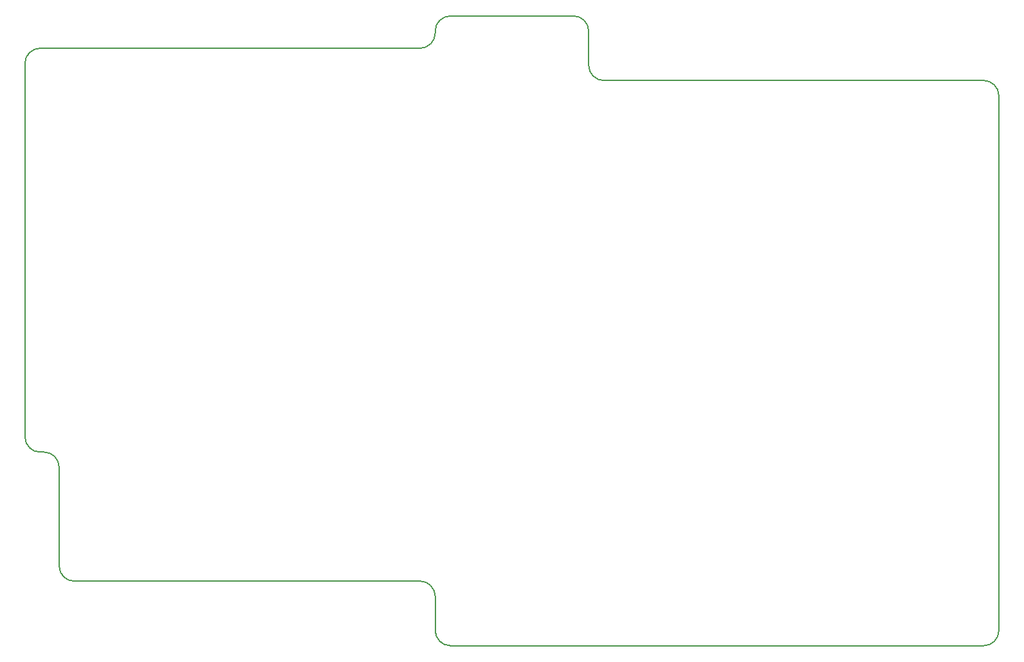
<source format=gbr>
%TF.GenerationSoftware,KiCad,Pcbnew,8.0.7*%
%TF.CreationDate,2025-01-05T11:09:37-06:00*%
%TF.ProjectId,omega_pcb_mbx_b0.2,6f6d6567-615f-4706-9362-5f6d62785f62,v1.0.0*%
%TF.SameCoordinates,Original*%
%TF.FileFunction,Profile,NP*%
%FSLAX46Y46*%
G04 Gerber Fmt 4.6, Leading zero omitted, Abs format (unit mm)*
G04 Created by KiCad (PCBNEW 8.0.7) date 2025-01-05 11:09:37*
%MOMM*%
%LPD*%
G01*
G04 APERTURE LIST*
%TA.AperFunction,Profile*%
%ADD10C,0.150000*%
%TD*%
G04 APERTURE END LIST*
D10*
X85900000Y-32150000D02*
X102100000Y-32150000D01*
X104100000Y-34150000D02*
X104100000Y-38650000D01*
X32400000Y-89600000D02*
G75*
G02*
X34400000Y-91600000I0J-2000000D01*
G01*
X31900000Y-89600000D02*
G75*
G02*
X29900000Y-87600000I0J2000000D01*
G01*
X29900000Y-38400000D02*
G75*
G02*
X31900000Y-36400000I2000000J0D01*
G01*
X158100000Y-113100000D02*
G75*
G02*
X156100000Y-115100000I-2000000J0D01*
G01*
X106100000Y-40650000D02*
G75*
G02*
X104100000Y-38650000I0J2000000D01*
G01*
X85900000Y-115100000D02*
G75*
G02*
X83900000Y-113100000I0J2000000D01*
G01*
X83900000Y-34400000D02*
G75*
G02*
X81900000Y-36400000I-2000000J0D01*
G01*
X106100000Y-40650000D02*
X156100000Y-40650000D01*
X102100000Y-32150000D02*
G75*
G02*
X104100000Y-34150000I0J-2000000D01*
G01*
X81900000Y-106600000D02*
X36400000Y-106600000D01*
X81900000Y-106600000D02*
G75*
G02*
X83900000Y-108600000I0J-2000000D01*
G01*
X156100000Y-40650000D02*
G75*
G02*
X158100000Y-42650000I0J-2000000D01*
G01*
X31900000Y-36400000D02*
X81900000Y-36400000D01*
X83900000Y-113100000D02*
X83900000Y-108600000D01*
X83900000Y-34400000D02*
X83900000Y-34150000D01*
X32400000Y-89600000D02*
X31900000Y-89600000D01*
X34400000Y-104600000D02*
X34400000Y-91600000D01*
X156100000Y-115100000D02*
X85900000Y-115100000D01*
X158100000Y-113100000D02*
X158100000Y-42650000D01*
X83900000Y-34150000D02*
G75*
G02*
X85900000Y-32150000I2000000J0D01*
G01*
X29900000Y-87600000D02*
X29900000Y-38400000D01*
X36400000Y-106600000D02*
G75*
G02*
X34400000Y-104600000I0J2000000D01*
G01*
M02*

</source>
